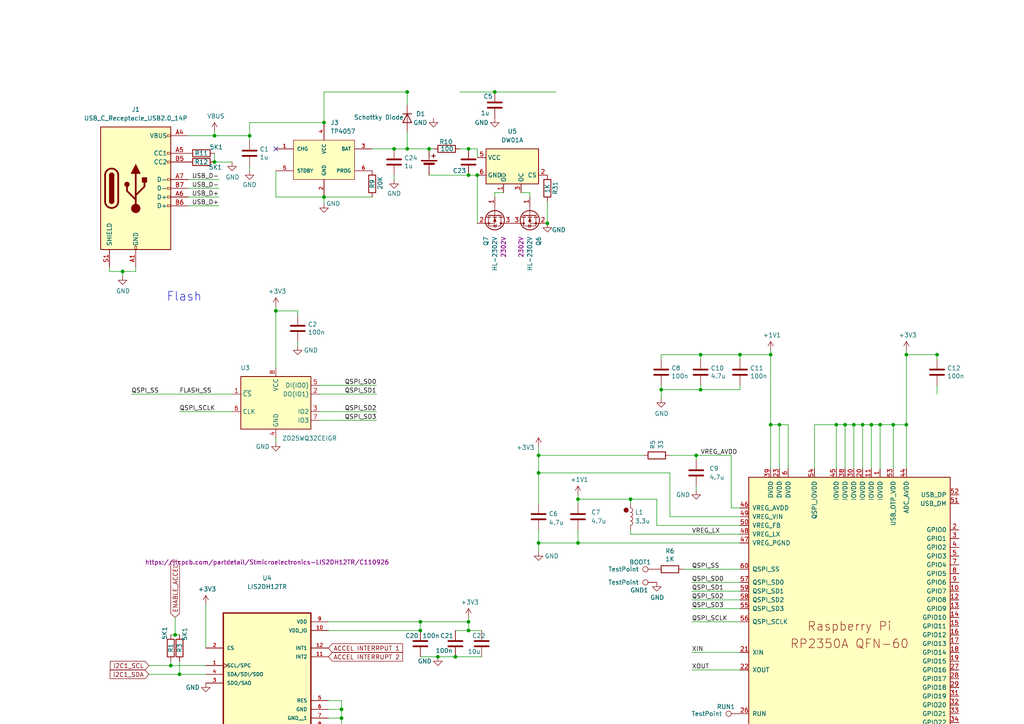
<source format=kicad_sch>
(kicad_sch (version 20250114) (generator "eeschema") (generator_version "9.0")
  (paper "A4")
  (circle (center 181.61 147.955) (radius 0.635) (stroke (width 0) (color 132 0 0 1)) (fill (type color) (color 132 0 0 1)))
  (text "Flash" (at 48.26 87.63 0) (effects (font (size 2.54 2.54)) (justify left bottom)))
  (text "12MHz Crystal" (at 59.69 242.57 0) (effects (font (size 2.54 2.54)) (justify left bottom)))
  (junction (at 72.39 39.37))
  (junction (at 135.89 182.88))
  (junction (at 201.93 132.08))
  (junction (at 167.64 144.78))
  (junction (at 114.3 43.18))
  (junction (at 135.89 43.18))
  (junction (at 242.57 123.19))
  (junction (at 124.46 43.18))
  (junction (at 223.52 123.19))
  (junction (at 49.53 193.04))
  (junction (at 203.2 113.03))
  (junction (at 262.89 102.87))
  (junction (at 62.23 46.99))
  (junction (at 245.11 123.19))
  (junction (at 69.85 250.19))
  (junction (at 62.23 39.37))
  (junction (at 182.88 144.78))
  (junction (at 138.43 50.8))
  (junction (at 167.64 157.48))
  (junction (at 271.78 102.87))
  (junction (at 93.98 57.15))
  (junction (at 259.08 123.19))
  (junction (at 48.26 260.35))
  (junction (at 203.2 102.87))
  (junction (at 255.27 123.19))
  (junction (at 135.89 50.8))
  (junction (at 127 190.5))
  (junction (at 252.73 123.19))
  (junction (at 80.01 90.17))
  (junction (at 247.65 123.19))
  (junction (at 118.11 26.67))
  (junction (at 99.06 205.74))
  (junction (at 223.52 102.87))
  (junction (at 156.21 157.48))
  (junction (at 214.63 102.87))
  (junction (at 93.98 35.56))
  (junction (at 52.07 195.58))
  (junction (at 99.06 208.28))
  (junction (at 69.85 260.35))
  (junction (at 50.8 184.15))
  (junction (at 135.89 180.34))
  (junction (at 35.56 78.74))
  (junction (at 99.06 210.82))
  (junction (at 158.75 64.77))
  (junction (at 262.89 123.19))
  (junction (at 143.51 26.67))
  (junction (at 156.21 132.08))
  (junction (at 226.06 123.19))
  (junction (at 132.08 190.5))
  (junction (at 121.92 182.88))
  (junction (at 118.11 43.18))
  (junction (at 121.92 180.34))
  (junction (at 250.19 123.19))
  (junction (at 156.21 137.16))
  (junction (at 191.77 113.03))
  (no_connect (at 80.01 43.18))
  (wire (pts (xy 201.93 142.24) (xy 201.93 140.97)))
  (wire (pts (xy 99.06 205.74) (xy 95.25 205.74)))
  (wire (pts (xy 194.31 137.16) (xy 194.31 149.86)))
  (wire (pts (xy 121.92 180.34) (xy 121.92 182.88)))
  (wire (pts (xy 118.11 38.1) (xy 118.11 43.18)))
  (wire (pts (xy 203.2 102.87) (xy 214.63 102.87)))
  (wire (pts (xy 62.23 46.99) (xy 67.31 46.99)))
  (wire (pts (xy 62.23 44.45) (xy 62.23 46.99)))
  (wire (pts (xy 69.85 251.46) (xy 69.85 250.19)))
  (wire (pts (xy 198.12 165.1) (xy 214.63 165.1)))
  (wire (pts (xy 212.09 132.08) (xy 212.09 147.32)))
  (wire (pts (xy 80.01 49.53) (xy 80.01 57.15)))
  (wire (pts (xy 255.27 123.19) (xy 259.08 123.19)))
  (wire (pts (xy 203.2 104.14) (xy 203.2 102.87)))
  (wire (pts (xy 214.63 180.34) (xy 200.66 180.34)))
  (wire (pts (xy 203.2 113.03) (xy 214.63 113.03)))
  (wire (pts (xy 52.07 195.58) (xy 59.69 195.58)))
  (wire (pts (xy 191.77 111.76) (xy 191.77 113.03)))
  (wire (pts (xy 62.23 38.1) (xy 62.23 39.37)))
  (wire (pts (xy 201.93 132.08) (xy 212.09 132.08)))
  (wire (pts (xy 135.89 179.07) (xy 135.89 180.34)))
  (wire (pts (xy 146.05 55.88) (xy 143.51 55.88)))
  (wire (pts (xy 156.21 132.08) (xy 156.21 137.16)))
  (wire (pts (xy 271.78 104.14) (xy 271.78 102.87)))
  (wire (pts (xy 69.85 260.35) (xy 83.82 260.35)))
  (wire (pts (xy 271.78 111.76) (xy 271.78 114.3)))
  (wire (pts (xy 54.61 59.69) (xy 63.5 59.69)))
  (wire (pts (xy 156.21 137.16) (xy 194.31 137.16)))
  (wire (pts (xy 31.75 78.74) (xy 35.56 78.74)))
  (wire (pts (xy 156.21 137.16) (xy 156.21 146.05)))
  (wire (pts (xy 135.89 182.88) (xy 132.08 182.88)))
  (wire (pts (xy 48.26 260.35) (xy 48.26 262.89)))
  (wire (pts (xy 247.65 135.89) (xy 247.65 123.19)))
  (wire (pts (xy 43.18 195.58) (xy 52.07 195.58)))
  (wire (pts (xy 50.8 179.07) (xy 50.8 184.15)))
  (wire (pts (xy 95.25 182.88) (xy 121.92 182.88)))
  (wire (pts (xy 138.43 43.18) (xy 138.43 45.72)))
  (wire (pts (xy 236.22 135.89) (xy 236.22 123.19)))
  (wire (pts (xy 99.06 208.28) (xy 99.06 210.82)))
  (wire (pts (xy 50.8 184.15) (xy 52.07 184.15)))
  (wire (pts (xy 52.07 119.38) (xy 67.31 119.38)))
  (wire (pts (xy 80.01 88.9) (xy 80.01 90.17)))
  (wire (pts (xy 48.26 250.19) (xy 48.26 260.35)))
  (wire (pts (xy 259.08 123.19) (xy 262.89 123.19)))
  (wire (pts (xy 52.07 191.77) (xy 52.07 195.58)))
  (wire (pts (xy 50.8 250.19) (xy 48.26 250.19)))
  (wire (pts (xy 201.93 132.08) (xy 201.93 133.35)))
  (wire (pts (xy 250.19 123.19) (xy 252.73 123.19)))
  (wire (pts (xy 127 190.5) (xy 121.92 190.5)))
  (wire (pts (xy 223.52 102.87) (xy 223.52 123.19)))
  (wire (pts (xy 245.11 123.19) (xy 247.65 123.19)))
  (wire (pts (xy 35.56 78.74) (xy 39.37 78.74)))
  (wire (pts (xy 99.06 212.09) (xy 99.06 210.82)))
  (wire (pts (xy 250.19 135.89) (xy 250.19 123.19)))
  (wire (pts (xy 194.31 149.86) (xy 214.63 149.86)))
  (wire (pts (xy 247.65 123.19) (xy 250.19 123.19)))
  (wire (pts (xy 72.39 40.64) (xy 72.39 39.37)))
  (wire (pts (xy 156.21 129.54) (xy 156.21 132.08)))
  (wire (pts (xy 156.21 157.48) (xy 167.64 157.48)))
  (wire (pts (xy 143.51 26.67) (xy 161.29 26.67)))
  (wire (pts (xy 167.64 146.05) (xy 167.64 144.78)))
  (wire (pts (xy 80.01 57.15) (xy 93.98 57.15)))
  (wire (pts (xy 153.67 57.15) (xy 153.67 55.88)))
  (wire (pts (xy 92.71 121.92) (xy 109.22 121.92)))
  (wire (pts (xy 191.77 104.14) (xy 191.77 102.87)))
  (wire (pts (xy 156.21 153.67) (xy 156.21 157.48)))
  (wire (pts (xy 95.25 180.34) (xy 121.92 180.34)))
  (wire (pts (xy 214.63 152.4) (xy 190.5 152.4)))
  (wire (pts (xy 50.8 184.15) (xy 49.53 184.15)))
  (wire (pts (xy 80.01 127) (xy 80.01 128.27)))
  (wire (pts (xy 223.52 123.19) (xy 223.52 135.89)))
  (wire (pts (xy 262.89 123.19) (xy 262.89 135.89)))
  (wire (pts (xy 158.75 58.42) (xy 158.75 64.77)))
  (wire (pts (xy 167.64 143.51) (xy 167.64 144.78)))
  (wire (pts (xy 91.44 260.35) (xy 101.6 260.35)))
  (wire (pts (xy 58.42 260.35) (xy 69.85 260.35)))
  (wire (pts (xy 167.64 157.48) (xy 214.63 157.48)))
  (wire (pts (xy 156.21 157.48) (xy 156.21 160.02)))
  (wire (pts (xy 50.8 260.35) (xy 48.26 260.35)))
  (wire (pts (xy 127 190.5) (xy 132.08 190.5)))
  (wire (pts (xy 156.21 132.08) (xy 186.69 132.08)))
  (wire (pts (xy 93.98 59.055) (xy 93.98 57.15)))
  (wire (pts (xy 191.77 113.03) (xy 191.77 115.57)))
  (wire (pts (xy 252.73 123.19) (xy 255.27 123.19)))
  (wire (pts (xy 38.1 114.3) (xy 67.31 114.3)))
  (wire (pts (xy 133.35 26.67) (xy 143.51 26.67)))
  (wire (pts (xy 203.2 111.76) (xy 203.2 113.03)))
  (wire (pts (xy 132.08 190.5) (xy 139.7 190.5)))
  (wire (pts (xy 99.06 210.82) (xy 95.25 210.82)))
  (wire (pts (xy 95.25 208.28) (xy 99.06 208.28)))
  (wire (pts (xy 80.01 90.17) (xy 80.01 106.68)))
  (wire (pts (xy 124.46 43.18) (xy 125.73 43.18)))
  (wire (pts (xy 114.3 50.8) (xy 114.3 52.07)))
  (wire (pts (xy 107.95 43.18) (xy 114.3 43.18)))
  (wire (pts (xy 92.71 119.38) (xy 109.22 119.38)))
  (wire (pts (xy 200.66 189.23) (xy 214.63 189.23)))
  (wire (pts (xy 246.38 237.49) (xy 246.38 240.03)))
  (wire (pts (xy 200.66 173.99) (xy 214.63 173.99)))
  (wire (pts (xy 63.5 255.27) (xy 64.77 255.27)))
  (wire (pts (xy 72.39 48.26) (xy 72.39 49.53)))
  (wire (pts (xy 95.25 203.2) (xy 99.06 203.2)))
  (wire (pts (xy 228.6 123.19) (xy 228.6 135.89)))
  (wire (pts (xy 242.57 135.89) (xy 242.57 123.19)))
  (wire (pts (xy 49.53 191.77) (xy 49.53 193.04)))
  (wire (pts (xy 191.77 102.87) (xy 203.2 102.87)))
  (wire (pts (xy 190.5 152.4) (xy 190.5 144.78)))
  (wire (pts (xy 54.61 57.15) (xy 63.5 57.15)))
  (wire (pts (xy 86.36 90.17) (xy 80.01 90.17)))
  (wire (pts (xy 200.66 168.91) (xy 214.63 168.91)))
  (wire (pts (xy 262.89 101.6) (xy 262.89 102.87)))
  (wire (pts (xy 194.31 132.08) (xy 201.93 132.08)))
  (wire (pts (xy 200.66 171.45) (xy 214.63 171.45)))
  (wire (pts (xy 200.66 176.53) (xy 214.63 176.53)))
  (wire (pts (xy 93.98 35.56) (xy 93.98 26.67)))
  (wire (pts (xy 93.98 35.56) (xy 72.39 35.56)))
  (wire (pts (xy 31.75 77.47) (xy 31.75 78.74)))
  (wire (pts (xy 86.36 91.44) (xy 86.36 90.17)))
  (wire (pts (xy 214.63 102.87) (xy 223.52 102.87)))
  (wire (pts (xy 93.98 26.67) (xy 118.11 26.67)))
  (wire (pts (xy 262.89 102.87) (xy 271.78 102.87)))
  (wire (pts (xy 182.88 154.94) (xy 214.63 154.94)))
  (wire (pts (xy 167.64 153.67) (xy 167.64 157.48)))
  (wire (pts (xy 167.64 144.78) (xy 182.88 144.78)))
  (wire (pts (xy 39.37 77.47) (xy 39.37 78.74)))
  (wire (pts (xy 121.92 180.34) (xy 135.89 180.34)))
  (wire (pts (xy 226.06 123.19) (xy 228.6 123.19)))
  (wire (pts (xy 74.93 255.27) (xy 76.2 255.27)))
  (wire (pts (xy 72.39 35.56) (xy 72.39 39.37)))
  (wire (pts (xy 245.11 135.89) (xy 245.11 123.19)))
  (wire (pts (xy 259.08 135.89) (xy 259.08 123.19)))
  (wire (pts (xy 59.69 175.26) (xy 59.69 187.96)))
  (wire (pts (xy 133.35 43.18) (xy 135.89 43.18)))
  (wire (pts (xy 223.52 101.6) (xy 223.52 102.87)))
  (wire (pts (xy 118.11 26.67) (xy 118.11 30.48)))
  (wire (pts (xy 182.88 154.94) (xy 182.88 153.67)))
  (wire (pts (xy 135.89 180.34) (xy 135.89 182.88)))
  (wire (pts (xy 35.56 78.74) (xy 35.56 80.01)))
  (wire (pts (xy 99.06 203.2) (xy 99.06 205.74)))
  (wire (pts (xy 242.57 123.19) (xy 245.11 123.19)))
  (wire (pts (xy 135.89 182.88) (xy 139.7 182.88)))
  (wire (pts (xy 252.73 135.89) (xy 252.73 123.19)))
  (wire (pts (xy 135.89 50.8) (xy 138.43 50.8)))
  (wire (pts (xy 182.88 144.78) (xy 182.88 146.05)))
  (wire (pts (xy 99.06 205.74) (xy 99.06 208.28)))
  (wire (pts (xy 214.63 104.14) (xy 214.63 102.87)))
  (wire (pts (xy 118.11 43.18) (xy 124.46 43.18)))
  (wire (pts (xy 191.77 113.03) (xy 203.2 113.03)))
  (wire (pts (xy 236.22 123.19) (xy 242.57 123.19)))
  (wire (pts (xy 62.23 39.37) (xy 72.39 39.37)))
  (wire (pts (xy 49.53 193.04) (xy 59.69 193.04)))
  (wire (pts (xy 54.61 39.37) (xy 62.23 39.37)))
  (wire (pts (xy 226.06 123.19) (xy 223.52 123.19)))
  (wire (pts (xy 255.27 123.19) (xy 255.27 135.89)))
  (wire (pts (xy 69.85 250.19) (xy 101.6 250.19)))
  (wire (pts (xy 93.98 57.15) (xy 107.95 57.15)))
  (wire (pts (xy 153.67 55.88) (xy 151.13 55.88)))
  (wire (pts (xy 190.5 144.78) (xy 182.88 144.78)))
  (wire (pts (xy 54.61 54.61) (xy 63.5 54.61)))
  (wire (pts (xy 69.85 259.08) (xy 69.85 260.35)))
  (wire (pts (xy 138.43 50.8) (xy 138.43 64.77)))
  (wire (pts (xy 262.89 102.87) (xy 262.89 123.19)))
  (wire (pts (xy 124.46 50.8) (xy 135.89 50.8)))
  (wire (pts (xy 212.09 147.32) (xy 214.63 147.32)))
  (wire (pts (xy 43.18 193.04) (xy 49.53 193.04)))
  (wire (pts (xy 135.89 43.18) (xy 138.43 43.18)))
  (wire (pts (xy 92.71 111.76) (xy 109.22 111.76)))
  (wire (pts (xy 214.63 194.31) (xy 200.66 194.31)))
  (wire (pts (xy 114.3 43.18) (xy 118.11 43.18)))
  (wire (pts (xy 143.51 55.88) (xy 143.51 57.15)))
  (wire (pts (xy 58.42 250.19) (xy 69.85 250.19)))
  (wire (pts (xy 92.71 114.3) (xy 109.22 114.3)))
  (wire (pts (xy 54.61 52.07) (xy 63.5 52.07)))
  (wire (pts (xy 214.63 113.03) (xy 214.63 111.76)))
  (wire (pts (xy 226.06 135.89) (xy 226.06 123.19)))
  (wire (pts (xy 86.36 99.06) (xy 86.36 100.33)))
  (label "XIN" (at 200.66 189.23 0))
  (label "QSPI_SS" (at 38.1 114.3 0))
  (label "XOUT" (at 200.66 194.31 0))
  (label "USB_D+" (at 63.5 59.69 180))
  (label "QSPI_SD2" (at 109.22 119.38 180))
  (label "FLASH_SS" (at 52.07 114.3 0))
  (label "QSPI_SD0" (at 200.66 168.91 0))
  (label "QSPI_SD0" (at 109.22 111.76 180))
  (label "USB_D+" (at 63.5 57.15 180))
  (label "QSPI_SS" (at 200.66 165.1 0))
  (label "USB_D-" (at 63.5 54.61 180))
  (label "QSPI_SD3" (at 109.22 121.92 180))
  (label "XOUT" (at 101.6 260.35 180))
  (label "QSPI_SD2" (at 200.66 173.99 0))
  (label "USB_D-" (at 63.5 52.07 180))
  (label "XIN" (at 101.6 250.19 180))
  (label "VREG_AVDD" (at 203.2 132.08 0))
  (label "QSPI_SD1" (at 200.66 171.45 0))
  (label "QSPI_SCLK" (at 200.66 180.34 0))
  (label "QSPI_SCLK" (at 52.07 119.38 0))
  (label "QSPI_SD1" (at 109.22 114.3 180))
  (label "VREG_LX" (at 200.66 154.94 0))
  (label "QSPI_SD3" (at 200.66 176.53 0))
  (global_label "ENABLE_ACCEL" (shape input) (at 50.8 179.07 90) (property "Intersheetrefs" "${INTERSHEET_REFS}" (effects (hide yes))))
  (global_label "ACCEL INTERRPUT 1" (shape input) (at 95.25 187.96 0) (property "Intersheetrefs" "${INTERSHEET_REFS}" (effects (hide yes))))
  (global_label "ACCEL INTERRUPT 2" (shape input) (at 95.25 190.5 0) (property "Intersheetrefs" "${INTERSHEET_REFS}" (effects (hide yes))))
  (global_label "I2C1_SCL" (shape input) (at 43.18 193.04 180) (property "Intersheetrefs" "${INTERSHEET_REFS}" (effects (hide yes))))
  (global_label "I2C1_SDA" (shape input) (at 43.18 195.58 180) (property "Intersheetrefs" "${INTERSHEET_REFS}" (effects (hide yes))))
  (symbol (lib_id "Memory_Flash:W25Q128JVS") (at 80.01 116.84 0) (unit 1)
    (property "Reference" "U3" (at 71.12 106.68 0))
    (property "Value" "ZD25WQ32CEIGR" (at 89.789 127.127 0))
    (property "Footprint" "Package_SON:Winbond_USON-8-1EP_3x2mm_P0.5mm_EP0.2x1.6mm" (effects (hide yes)))
    (property "Datasheet" "https://jlcpcb.com/api/file/downloadByFileSystemAccessId/8589838983019995136" (effects (hide yes)))
    (property "Description" "4MB Flash" (effects (hide yes)))
    (property "Part Number" " ZD25WQ32CEIGR" (effects (hide yes)))
    (property "Vendor" "JLCPCB" (effects (hide yes)))
    (property "Price" ".2621" (effects (hide yes)))
    (property "Package" "USON-8(2x3)" (effects (hide yes)))
    (property "Website" "https://jlcpcb.com/partdetail/Zetta-ZD25WQ32CEIGR/C5258281" (effects (hide yes)))
    (property "Notes" "1.65V-3.6V 104MHz" (effects (hide yes)))
    (property "1000 Price" ".1466" (effects (hide yes)))
    (property "Vendor PN" "C5258281" (effects (hide yes)))
    (property "Manufacturer" "Zetta" (effects (hide yes)))
  )
  (symbol (lib_id "power:+3V3") (at 80.01 88.9 0) (unit 1)
    (property "Reference" "#PWR04" (effects (hide yes)))
    (property "Value" "+3V3" (at 80.391 84.5058 0))
  )
  (symbol (lib_id "power:GND") (at 80.01 128.27 0) (unit 1)
    (property "Reference" "#PWR05" (effects (hide yes)))
    (property "Value" "GND" (at 76.2 129.54 0))
  )
  (symbol (lib_id "Device:C") (at 86.36 95.25 0) (unit 1)
    (property "Reference" "C2" (at 89.281 94.0816 0) (effects (justify left)))
    (property "Value" "100n" (at 89.281 96.393 0) (effects (justify left)))
    (property "Footprint" "user_footprints:C_0402_1005Metric_small_pads" (effects (hide yes)))
    (property "Datasheet" "https://jlcpcb.com/api/file/downloadByFileSystemAccessId/8590272703061401600" (effects (hide yes)))
    (property "Package" "0402" (effects (hide yes)))
    (property "1000 Price" ".004" (effects (hide yes)))
    (property "Manufacturer" "FOJAN" (effects (hide yes)))
    (property "Notes" "16V 10%" (effects (hide yes)))
    (property "Part Number" "FCC0402B104K160AT" (effects (hide yes)))
    (property "Price" ".0008" (effects (hide yes)))
    (property "Vendor" "JLCPCB" (effects (hide yes)))
    (property "Website" "https://jlcpcb.com/partdetail/Fojan-FCC0402B104K160AT/C5137468" (effects (hide yes)))
    (property "Vendor PN" "C5137468" (effects (hide yes)))
  )
  (symbol (lib_id "power:GND") (at 86.36 100.33 0) (unit 1)
    (property "Reference" "#PWR06" (effects (hide yes)))
    (property "Value" "GND" (at 90.17 101.6 0))
  )
  (symbol (lib_id "power:GND") (at 246.38 240.03 0) (unit 1)
    (property "Reference" "#PWR021" (effects (hide yes)))
    (property "Value" "GND" (at 246.507 244.4242 0))
  )
  (symbol (lib_id "power:+3V3") (at 262.89 101.6 0) (unit 1)
    (property "Reference" "#PWR022" (effects (hide yes)))
    (property "Value" "+3V3" (at 263.271 97.2058 0))
  )
  (symbol (lib_id "Device:C") (at 271.78 107.95 0) (unit 1)
    (property "Reference" "C12" (at 274.701 106.7816 0) (effects (justify left)))
    (property "Value" "100n" (at 274.701 109.093 0) (effects (justify left)))
    (property "Footprint" "user_footprints:C_0402_1005Metric_small_pads" (effects (hide yes)))
    (property "Datasheet" "https://jlcpcb.com/api/file/downloadByFileSystemAccessId/8590272703061401600" (effects (hide yes)))
    (property "Package" "0402" (effects (hide yes)))
    (property "1000 Price" ".004" (effects (hide yes)))
    (property "Manufacturer" "FOJAN" (effects (hide yes)))
    (property "Notes" "16V 10%" (effects (hide yes)))
    (property "Part Number" "FCC0402B104K160AT" (effects (hide yes)))
    (property "Price" ".0008" (effects (hide yes)))
    (property "Vendor" "JLCPCB" (effects (hide yes)))
    (property "Website" "https://jlcpcb.com/partdetail/Fojan-FCC0402B104K160AT/C5137468" (effects (hide yes)))
    (property "Vendor PN" "C5137468" (effects (hide yes)))
  )
  (symbol (lib_id "power:VBUS") (at 62.23 38.1 0) (unit 1)
    (property "Reference" "#PWR0101" (effects (hide yes)))
    (property "Value" "VBUS" (at 62.611 33.7058 0))
  )
  (symbol (lib_id "power:GND") (at 125.73 34.29 0) (unit 1)
    (property "Reference" "#PWR08" (effects (hide yes)))
    (property "Value" "GND" (at 121.92 35.56 0))
  )
  (symbol (lib_id "Device:C") (at 72.39 44.45 0) (unit 1)
    (property "Reference" "C1" (at 75.311 43.2816 0) (effects (justify left)))
    (property "Value" "1u" (at 75.311 45.593 0) (effects (justify left)))
    (property "Footprint" "user_footprints:C_0402_1005Metric_small_pads" (effects (hide yes)))
    (property "Datasheet" "https://jlcpcb.com/api/file/downloadByFileSystemAccessId/8590204865961369600" (effects (hide yes)))
    (property "1000 Price" ".0010" (effects (hide yes)))
    (property "Manufacturer" "CCTC" (effects (hide yes)))
    (property "Notes" "6.3V 20%" (effects (hide yes)))
    (property "Package" "0402" (effects (hide yes)))
    (property "Part Number" "TCC0402X5R105M6R3AT" (effects (hide yes)))
    (property "Price" ".0014" (effects (hide yes)))
    (property "Vendor" "JLCPCB" (effects (hide yes)))
    (property "Website" "https://jlcpcb.com/partdetail/Cctc-TCC0402X5R105M6R3AT/C2887021" (effects (hide yes)))
    (property "Vendor PN" " C2887021" (effects (hide yes)))
  )
  (symbol (lib_id "Device:C") (at 143.51 30.48 0) (unit 1)
    (property "Reference" "C5" (at 140.208 27.94 0) (effects (justify left)))
    (property "Value" "1u" (at 139.446 32.766 0) (effects (justify left)))
    (property "Footprint" "user_footprints:C_0402_1005Metric_small_pads" (effects (hide yes)))
    (property "Datasheet" "https://jlcpcb.com/api/file/downloadByFileSystemAccessId/8590204865961369600" (effects (hide yes)))
    (property "1000 Price" ".0010" (effects (hide yes)))
    (property "Manufacturer" "CCTC" (effects (hide yes)))
    (property "Notes" "6.3V 20%" (effects (hide yes)))
    (property "Package" "0402" (effects (hide yes)))
    (property "Part Number" "TCC0402X5R105M6R3AT" (effects (hide yes)))
    (property "Price" ".0014" (effects (hide yes)))
    (property "Vendor" "JLCPCB" (effects (hide yes)))
    (property "Website" "https://jlcpcb.com/partdetail/Cctc-TCC0402X5R105M6R3AT/C2887021" (effects (hide yes)))
    (property "Vendor PN" " C2887021" (effects (hide yes)))
  )
  (symbol (lib_id "power:GND") (at 72.39 49.53 0) (unit 1)
    (property "Reference" "#PWR03" (effects (hide yes)))
    (property "Value" "GND" (at 72.39 53.594 0))
  )
  (symbol (lib_id "power:GND") (at 143.51 34.29 0) (unit 1)
    (property "Reference" "#PWR011" (effects (hide yes)))
    (property "Value" "GND" (at 139.7 35.56 0))
  )
  (symbol (lib_id "power:+3V3") (at 156.21 129.54 0) (unit 1)
    (property "Reference" "#PWR013" (effects (hide yes)))
    (property "Value" "+3V3" (at 152.4 129.794 0))
  )
  (symbol (lib_id "Device:C") (at 114.3 46.99 0) (unit 1)
    (property "Reference" "C24" (at 117.221 45.8216 0) (effects (justify left)))
    (property "Value" "1u" (at 117.221 48.133 0) (effects (justify left)))
    (property "Footprint" "user_footprints:C_0402_1005Metric_small_pads" (effects (hide yes)))
    (property "Datasheet" "https://jlcpcb.com/api/file/downloadByFileSystemAccessId/8590204865961369600" (effects (hide yes)))
    (property "1000 Price" ".0010" (effects (hide yes)))
    (property "Manufacturer" "CCTC" (effects (hide yes)))
    (property "Notes" "6.3V 20%" (effects (hide yes)))
    (property "Package" "0402" (effects (hide yes)))
    (property "Part Number" "TCC0402X5R105M6R3AT" (effects (hide yes)))
    (property "Price" ".0014" (effects (hide yes)))
    (property "Vendor" "JLCPCB" (effects (hide yes)))
    (property "Website" "https://jlcpcb.com/partdetail/Cctc-TCC0402X5R105M6R3AT/C2887021" (effects (hide yes)))
    (property "Vendor PN" " C2887021" (effects (hide yes)))
  )
  (symbol (lib_id "Device:C") (at 214.63 107.95 0) (unit 1)
    (property "Reference" "C11" (at 217.551 106.7816 0) (effects (justify left)))
    (property "Value" "100n" (at 217.551 109.093 0) (effects (justify left)))
    (property "Footprint" "user_footprints:C_0402_1005Metric_small_pads" (effects (hide yes)))
    (property "Datasheet" "https://jlcpcb.com/api/file/downloadByFileSystemAccessId/8590272703061401600" (effects (hide yes)))
    (property "Package" "0402" (effects (hide yes)))
    (property "1000 Price" ".004" (effects (hide yes)))
    (property "Manufacturer" "FOJAN" (effects (hide yes)))
    (property "Notes" "16V 10%" (effects (hide yes)))
    (property "Part Number" "FCC0402B104K160AT" (effects (hide yes)))
    (property "Price" ".0008" (effects (hide yes)))
    (property "Vendor" "JLCPCB" (effects (hide yes)))
    (property "Website" "https://jlcpcb.com/partdetail/Fojan-FCC0402B104K160AT/C5137468" (effects (hide yes)))
    (property "Vendor PN" "C5137468" (effects (hide yes)))
  )
  (symbol (lib_id "Device:C") (at 135.89 46.99 0) (unit 1)
    (property "Reference" "C23" (at 131.318 49.53 0) (effects (justify left)))
    (property "Value" "100n" (effects (hide yes)))
    (property "Footprint" "user_footprints:C_0402_1005Metric_small_pads" (effects (hide yes)))
    (property "Datasheet" "https://jlcpcb.com/api/file/downloadByFileSystemAccessId/8590272703061401600" (effects (hide yes)))
    (property "Package" "0402" (effects (hide yes)))
    (property "1000 Price" ".004" (effects (hide yes)))
    (property "Manufacturer" "FOJAN" (effects (hide yes)))
    (property "Notes" "16V 10%" (effects (hide yes)))
    (property "Part Number" "FCC0402B104K160AT" (effects (hide yes)))
    (property "Price" ".0008" (effects (hide yes)))
    (property "Vendor" "JLCPCB" (effects (hide yes)))
    (property "Website" "https://jlcpcb.com/partdetail/Fojan-FCC0402B104K160AT/C5137468" (effects (hide yes)))
    (property "Vendor PN" "C5137468" (effects (hide yes)))
  )
  (symbol (lib_id "power:GND") (at 190.5 168.91 0) (unit 1)
    (property "Reference" "#PWR017" (effects (hide yes)))
    (property "Value" "GND" (at 190.627 173.3042 0))
  )
  (symbol (lib_id "Device:C") (at 132.08 186.69 180) (unit 1)
    (property "Reference" "C21" (at 131.572 184.404 0) (effects (justify left)))
    (property "Value" "100n" (at 131.318 188.722 0) (effects (justify left)))
    (property "Footprint" "user_footprints:C_0402_1005Metric_small_pads" (effects (hide yes)))
    (property "Datasheet" "https://jlcpcb.com/api/file/downloadByFileSystemAccessId/8590272703061401600" (effects (hide yes)))
    (property "Package" "0402" (effects (hide yes)))
    (property "1000 Price" ".004" (effects (hide yes)))
    (property "Manufacturer" "FOJAN" (effects (hide yes)))
    (property "Notes" "16V 10%" (effects (hide yes)))
    (property "Part Number" "FCC0402B104K160AT" (effects (hide yes)))
    (property "Price" ".0008" (effects (hide yes)))
    (property "Vendor" "JLCPCB" (effects (hide yes)))
    (property "Website" "https://jlcpcb.com/partdetail/Fojan-FCC0402B104K160AT/C5137468" (effects (hide yes)))
    (property "Vendor PN" "C5137468" (effects (hide yes)))
  )
  (symbol (lib_id "Device:R") (at 158.75 54.61 180) (unit 1)
    (property "Reference" "R31" (at 161.036 52.578 90) (effects (justify left)))
    (property "Value" "1K" (at 158.75 53.34 90) (effects (justify left)))
    (property "Footprint" "Resistor_SMD:R_0402_1005Metric" (effects (hide yes)))
    (property "Datasheet" "https://jlcpcb.com/api/file/downloadByFileSystemAccessId/8589041795842125824" (effects (hide yes)))
    (property "Part Number" "FRC0402F1001TS" (effects (hide yes)))
    (property "Website" "https://jlcpcb.com/partdetail/Fojan-FRC0402F1001TS/C2906864" (effects (hide yes)))
    (property "Vendor" "JLCPCB" (effects (hide yes)))
    (property "Price" ".0005" (effects (hide yes)))
    (property "Package" "0402" (effects (hide yes)))
    (property "Notes" "62.5mW 50V 1%" (effects (hide yes)))
    (property "Manufacturer" "FOJAN" (effects (hide yes)))
    (property "1000 Price" ".0003" (effects (hide yes)))
    (property "Vendor PN" "C2906864" (effects (hide yes)))
    (instances (project "" (path "" (reference "R31") (unit 1))) (project "Scoreboard" (path "" (reference "R22") (unit 1))))
  )
  (symbol (lib_id "power:GND") (at 201.93 142.24 0) (unit 1)
    (property "Reference" "#PWR019" (effects (hide yes)))
    (property "Value" "GND" (at 198.12 143.51 0))
  )
  (symbol (lib_id "MCU_RaspberryPi_RP2350:RP2350_60QFN") (at 246.38 186.69 0) (unit 1)
    (property "Reference" "U1" (at 248.5741 237.49 0) (effects (justify left)))
    (property "Value" "RP2350A" (at 248.5741 240.03 0) (effects (justify left)))
    (property "Footprint" "RP2350_60QFN_minimal:RP2350-QFN-60-1EP_7x7_P0.4mm_EP3.4x3.4mm_ThermalVias" (effects (hide yes)))
    (property "Datasheet" "https://jlcpcb.com/api/file/downloadByFileSystemAccessId/8562345067823054848" (effects (hide yes)))
    (property "Description" "RP2350A Microcontroller" (effects (hide yes)))
    (property "Website" "https://jlcpcb.com/partdetail/RaspberryPi-RP2350A/C42411118" (effects (hide yes)))
    (property "Vendor" "JLCPCB" (effects (hide yes)))
    (property "Part Number" "RP2350A" (effects (hide yes)))
    (property "Price" "1.683" (effects (hide yes)))
    (property "Notes" "1V8-3V3 150MHz" (effects (hide yes)))
    (property "Package" "QFN-60-EP(7x7)" (effects (hide yes)))
    (property "1000 Price" ".9915" (effects (hide yes)))
    (property "Vendor PN" "C42411118" (effects (hide yes)))
    (property "Manufacturer" "Raspberry Pi" (effects (hide yes)))
  )
  (symbol (lib_id "power:GND") (at 114.3 52.07 0) (unit 1)
    (property "Reference" "#PWR031" (effects (hide yes)))
    (property "Value" "GND" (at 114.3 56.134 0))
  )
  (symbol (lib_id "power:GND") (at 48.26 262.89 0) (unit 1)
    (property "Reference" "#PWR07" (effects (hide yes)))
    (property "Value" "GND" (at 48.387 267.2842 0))
  )
  (symbol (lib_id "User_Symbols:HL-2302V") (at 143.51 62.23 270) (unit 1)
    (property "Reference" "Q7" (at 140.9699 68.58 0) (effects (justify left)))
    (property "Value" "HL-2302V" (at 143.5099 68.58 0) (effects (justify left)))
    (property "Footprint" "Package_TO_SOT_SMD:SOT-23" (effects (hide yes)))
    (property "Datasheet" "https://jlcpcb.com/api/file/downloadByFileSystemAccessId/8590907421391077376" (effects (hide yes)))
    (property "Description" "0.2A Id, 200V Vds, N-Channel MOSFET, 2.6V Logic Level, TO-92" (effects (hide yes)))
    (property "Website" "https://jlcpcb.com/partdetail/Hl-2302V/C7431443" (effects (hide yes)))
    (property "Price" ".0091" (effects (hide yes)))
    (property "Vendor" "JLCPCB" (effects (hide yes)))
    (property "Notes" "N-Channel 3A Mosfet" (effects (hide yes)))
    (property "Part Number" "2302V" (at 146.0499 68.58 0) (effects (justify left)))
    (property "Manufacturer" "HL" (effects (hide yes)))
    (property "Package" "SOT-23" (effects (hide yes)))
    (property "LCSC Part Number" "C7431443" (effects (hide yes)))
    (property "1000 Price" ".0072" (effects (hide yes)))
    (property "Vendor PN" "C7431443" (effects (hide yes)))
  )
  (symbol (lib_id "Device:R") (at 58.42 44.45 90) (unit 1)
    (property "Reference" "R11" (at 58.42 44.45 90))
    (property "Value" "5K1" (at 62.738 42.672 90))
    (property "Footprint" "Resistor_SMD:R_0402_1005Metric" (effects (hide yes)))
    (property "Datasheet" "https://jlcpcb.com/api/file/downloadByFileSystemAccessId/8590201146070495232" (effects (hide yes)))
    (property "Manufacturer" "UNI-ROYAL" (effects (hide yes)))
    (property "Notes" "62.5mW 50V 1%" (effects (hide yes)))
    (property "Package" "0402" (effects (hide yes)))
    (property "Part Number" "0402WGF510KTCE" (effects (hide yes)))
    (property "Price" ".0004" (effects (hide yes)))
    (property "Vendor" "JLCPCB" (effects (hide yes)))
    (property "Website" "https://jlcpcb.com/partdetail/FOJAN-FRC0402J512TS/C2906948" (effects (hide yes)))
    (property "1000 Price" ".0003" (effects (hide yes)))
    (property "Vendor PN" "C2906948" (effects (hide yes)))
  )
  (symbol (lib_id "Device:R") (at 194.31 165.1 270) (unit 1)
    (property "Reference" "R6" (at 194.31 159.8422 90))
    (property "Value" "1K" (at 194.31 162.1536 90))
    (property "Footprint" "Resistor_SMD:R_0402_1005Metric" (effects (hide yes)))
    (property "Datasheet" "https://jlcpcb.com/api/file/downloadByFileSystemAccessId/8589041795842125824" (effects (hide yes)))
    (property "Manufacturer" "FOJAN" (effects (hide yes)))
    (property "Notes" "62.5mW 50V 1%" (effects (hide yes)))
    (property "Package" "0402" (effects (hide yes)))
    (property "Part Number" "FRC0402F1001TS" (effects (hide yes)))
    (property "Price" ".0005" (effects (hide yes)))
    (property "Vendor" "JLCPCB" (effects (hide yes)))
    (property "Website" "https://jlcpcb.com/partdetail/Fojan-FRC0402F1001TS/C2906864" (effects (hide yes)))
    (property "1000 Price" ".0003" (effects (hide yes)))
    (property "Vendor PN" "C2906864" (effects (hide yes)))
  )
  (symbol (lib_id "user_symbols:LIS2DH12TR") (at 77.47 193.04 0) (unit 1)
    (property "Reference" "U4" (at 77.47 167.64 0))
    (property "Value" "LIS2DH12TR" (at 77.47 170.18 0))
    (property "Footprint" "Package_LGA:LGA-12_2x2mm_P0.5mm" (effects (hide yes)))
    (property "Datasheet" "https://jlcpcb.com/api/file/downloadByFileSystemAccessId/8588886762982944768" (effects (hide yes)))
    (property "Description" "Accelerometer" (effects (hide yes)))
    (property "Manufacturer" "STMicroelectronics" (effects (hide yes)))
    (property "Package" "LGA-12(2x)" (effects (hide yes)))
    (property "Price" ".573" (effects (hide yes)))
    (property "Part Number" "LIS2DH12TR" (effects (hide yes)))
    (property "Vendor" "JLCPCB" (effects (hide yes)))
    (property "Website" "https://jlcpcb.com/partdetail/Stmicroelectronics-LIS2DH12TR/C110926" (at 77.47 163.068 0))
    (property "1000 Price" ".3450" (effects (hide yes)))
    (property "Vendor PN" "C110926" (effects (hide yes)))
  )
  (symbol (lib_id "Device:R") (at 129.54 43.18 90) (unit 1)
    (property "Reference" "R10" (at 131.318 41.148 90) (effects (justify left)))
    (property "Value" "100" (at 131.572 43.18 90) (effects (justify left)))
    (property "Footprint" "Resistor_SMD:R_0402_1005Metric" (effects (hide yes)))
    (property "Datasheet" "https://jlcpcb.com/api/file/downloadByFileSystemAccessId/8590201135915950080" (effects (hide yes)))
    (property "Description" "Resistor" (effects (hide yes)))
    (property "Manufacturer" "FOJAN" (effects (hide yes)))
    (property "Notes" "100mW 5%" (effects (hide yes)))
    (property "Package" "0402" (effects (hide yes)))
    (property "Part Number" "FRC0402F1000TS" (effects (hide yes)))
    (property "Price" ".0005" (effects (hide yes)))
    (property "Vendor" "JLCPCB" (effects (hide yes)))
    (property "Website" "https://jlcpcb.com/partdetail/Fojan-FRC0402F1000TS/C2906860" (effects (hide yes)))
    (property "1000 Price" ".0004" (effects (hide yes)))
    (property "Vendor PN" "C2906860" (effects (hide yes)))
    (instances (project "" (path "" (reference "R10") (unit 1))) (project "Scoreboard" (path "" (reference "R25") (unit 1))))
  )
  (symbol (lib_id "Device:R") (at 190.5 132.08 90) (unit 1)
    (property "Reference" "R5" (at 189.3316 130.302 0) (effects (justify left)))
    (property "Value" "33" (at 191.643 130.302 0) (effects (justify left)))
    (property "Footprint" "Resistor_SMD:R_0402_1005Metric" (effects (hide yes)))
    (property "Datasheet" "https://jlcpcb.com/api/file/downloadByFileSystemAccessId/8588899754156048385" (effects (hide yes)))
    (property "Alternate 1" "RTT0233R0FTH" (effects (hide yes)))
    (property "Manufacturer" "YAGEO" (effects (hide yes)))
    (property "Notes" "62.5mW 50V 1%" (effects (hide yes)))
    (property "Package" "0402" (effects (hide yes)))
    (property "Part Number" "RC0402FR-0733RL" (effects (hide yes)))
    (property "Price" ".0006" (effects (hide yes)))
    (property "Vendor" "JLCPCB" (effects (hide yes)))
    (property "Website" "https://jlcpcb.com/partdetail/Yageo-RC0402FR0733RL/C138002" (effects (hide yes)))
    (property "1000 Price" ".0005" (effects (hide yes)))
    (property "Vendor PN" "C138002" (effects (hide yes)))
  )
  (symbol (lib_id "Connector:TestPoint") (at 214.63 207.01 90) (unit 1) (in_bom no)
    (property "Reference" "RUN1" (at 210.566 204.978 90))
    (property "Value" "TestPoint" (at 204.978 207.01 90))
    (property "Footprint" "TestPoint:TestPoint_Pad_1.0x1.0mm" (effects (hide yes)))
    (property "Description" "test point" (effects (hide yes)))
  )
  (symbol (lib_id "Device:C") (at 156.21 149.86 0) (unit 1)
    (property "Reference" "C6" (at 159.131 149.0253 0) (effects (justify left)))
    (property "Value" "4.7u" (at 159.131 151.5622 0) (effects (justify left)))
    (property "Footprint" "user_footprints:C_0402_1005Metric_small_pads" (effects (hide yes)))
    (property "Datasheet" "https://jlcpcb.com/api/file/downloadByFileSystemAccessId/8588934242764541952" (effects (hide yes)))
    (property "Package" "0402" (effects (hide yes)))
    (property "1000 Price" ".0024" (effects (hide yes)))
    (property "Manufacturer" "CCTC" (effects (hide yes)))
    (property "Notes" "6.3V 20%" (effects (hide yes)))
    (property "Part Number" "TCC0402X5R475M6R3AT" (effects (hide yes)))
    (property "Price" ".0031" (effects (hide yes)))
    (property "Vendor" "JLCPCB" (effects (hide yes)))
    (property "Website" "https://jlcpcb.com/partdetail/Cctc-TCC0402X5R475M6R3AT/C380302" (effects (hide yes)))
    (property "Vendor PN" "C380302" (effects (hide yes)))
  )
  (symbol (lib_id "power:+3V3") (at 135.89 179.07 0) (unit 1)
    (property "Reference" "#PWR029" (effects (hide yes)))
    (property "Value" "+3V3" (at 136.271 174.6758 0))
  )
  (symbol (lib_id "power:GND") (at 76.2 255.27 0) (unit 1)
    (property "Reference" "#PWR012" (effects (hide yes)))
    (property "Value" "GND" (at 80.01 256.54 0))
  )
  (symbol (lib_name "GND_4") (lib_id "power:GND") (at 158.75 64.77 0) (unit 1)
    (property "Reference" "#PWR02" (effects (hide yes)))
    (property "Value" "GND" (at 160.02 66.675 0) (effects (justify left)))
  )
  (symbol (lib_id "power:GND") (at 191.77 115.57 0) (unit 1)
    (property "Reference" "#PWR018" (effects (hide yes)))
    (property "Value" "GND" (at 191.897 119.9642 0))
  )
  (symbol (lib_id "Device:C") (at 54.61 260.35 270) (unit 1)
    (property "Reference" "C4" (at 55.7784 263.271 0) (effects (justify left)))
    (property "Value" "15p" (at 53.467 263.271 0) (effects (justify left)))
    (property "Footprint" "user_footprints:C_0402_1005Metric_small_pads" (effects (hide yes)))
    (property "Datasheet" "https://jlcpcb.com/api/file/downloadByFileSystemAccessId/8588947741178777600" (effects (hide yes)))
    (property "Package" "0402" (effects (hide yes)))
    (property "1000 Price" ".0023" (effects (hide yes)))
    (property "Manufacturer" "YAGEO" (effects (hide yes)))
    (property "Notes" "50V 1%" (effects (hide yes)))
    (property "Part Number" "CC0402FRNPO9BN150" (effects (hide yes)))
    (property "Price" ".0030" (effects (hide yes)))
    (property "Vendor" "JLCPCB" (effects (hide yes)))
    (property "Website" "https://jlcpcb.com/partdetail/Yageo-CC0402FRNPO9BN150/C326803" (effects (hide yes)))
    (property "Vendor PN" "C326803" (effects (hide yes)))
  )
  (symbol (lib_id "Device:C") (at 167.64 149.86 0) (unit 1)
    (property "Reference" "C7" (at 171.45 148.59 0) (effects (justify left)))
    (property "Value" "4.7u" (at 171.45 151.13 0) (effects (justify left)))
    (property "Footprint" "user_footprints:C_0402_1005Metric_small_pads" (effects (hide yes)))
    (property "Datasheet" "https://jlcpcb.com/api/file/downloadByFileSystemAccessId/8588934242764541952" (effects (hide yes)))
    (property "Package" "0402" (effects (hide yes)))
    (property "1000 Price" ".0024" (effects (hide yes)))
    (property "Manufacturer" "CCTC" (effects (hide yes)))
    (property "Notes" "6.3V 20%" (effects (hide yes)))
    (property "Part Number" "TCC0402X5R475M6R3AT" (effects (hide yes)))
    (property "Price" ".0031" (effects (hide yes)))
    (property "Vendor" "JLCPCB" (effects (hide yes)))
    (property "Website" "https://jlcpcb.com/partdetail/Cctc-TCC0402X5R475M6R3AT/C380302" (effects (hide yes)))
    (property "Vendor PN" "C380302" (effects (hide yes)))
  )
  (symbol (lib_id "Device:D") (at 118.11 34.29 270) (unit 1)
    (property "Reference" "D1" (at 120.65 33.0199 90) (effects (justify left)))
    (property "Value" "Schottky Diode" (at 102.616 34.036 90) (effects (justify left)))
    (property "Footprint" "Diode_SMD:D_SOD-323" (effects (hide yes)))
    (property "Datasheet" "https://jlcpcb.com/api/file/downloadByFileSystemAccessId/8588880599926362112" (effects (hide yes)))
    (property "Description" "Diode" (effects (hide yes)))
    (property "JLC Number" " C146335" (effects (hide yes)))
    (property "Part Number" "CUS10S30,H3F" (effects (hide yes)))
    (property "Vendor" "JLCPCB" (effects (hide yes)))
    (property "Website" "https://jlcpcb.com/partdetail/TOSHIBA-CUS10S30H3F/C146335" (effects (hide yes)))
    (property "Price" ".06" (effects (hide yes)))
    (property "Notes" "30V 1A, low Vf" (effects (hide yes)))
    (property "Package" "SOD-323" (effects (hide yes)))
    (property "Vendor PN" "C146335" (effects (hide yes)))
  )
  (symbol (lib_id "Device:C") (at 201.93 137.16 0) (unit 1)
    (property "Reference" "C9" (at 205.74 135.89 0) (effects (justify left)))
    (property "Value" "4.7u" (at 205.74 138.43 0) (effects (justify left)))
    (property "Footprint" "user_footprints:C_0402_1005Metric_small_pads" (effects (hide yes)))
    (property "Datasheet" "https://jlcpcb.com/api/file/downloadByFileSystemAccessId/8588934242764541952" (effects (hide yes)))
    (property "Package" "0402" (effects (hide yes)))
    (property "1000 Price" ".0024" (effects (hide yes)))
    (property "Manufacturer" "CCTC" (effects (hide yes)))
    (property "Notes" "6.3V 20%" (effects (hide yes)))
    (property "Part Number" "TCC0402X5R475M6R3AT" (effects (hide yes)))
    (property "Price" ".0031" (effects (hide yes)))
    (property "Vendor" "JLCPCB" (effects (hide yes)))
    (property "Website" "https://jlcpcb.com/partdetail/Cctc-TCC0402X5R475M6R3AT/C380302" (effects (hide yes)))
    (property "Vendor PN" "C380302" (effects (hide yes)))
  )
  (symbol (lib_name "GND_19") (lib_id "power:GND") (at 93.98 59.055 0) (unit 1)
    (property "Reference" "#PWR0110" (effects (hide yes)))
    (property "Value" "GND" (at 94.615 59.055 0) (effects (justify left)))
  )
  (symbol (lib_id "Connector:TestPoint") (at 214.63 220.98 90) (unit 1) (in_bom no)
    (property "Reference" "SWD1" (at 211.328 223.012 90))
    (property "Value" "TestPoint" (at 204.978 220.98 90))
    (property "Footprint" "TestPoint:TestPoint_Pad_1.0x1.0mm" (effects (hide yes)))
    (property "Description" "test point" (effects (hide yes)))
  )
  (symbol (lib_id "power:+1V1") (at 223.52 101.6 0) (unit 1)
    (property "Reference" "#PWR020" (effects (hide yes)))
    (property "Value" "+1V1" (at 223.901 97.2058 0))
  )
  (symbol (lib_id "User_Symbols:TP4057") (at 95.25 48.26 0) (unit 1)
    (property "Reference" "J3" (at 95.8597 35.56 0) (effects (justify left)))
    (property "Value" "TP4057" (at 95.8597 38.1 0) (effects (justify left)))
    (property "Footprint" "Package_TO_SOT_SMD:SOT-23-6" (effects (hide yes)))
    (property "Datasheet" "https://jlcpcb.com/api/file/downloadByFileSystemAccessId/8588886868624879616" (effects (hide yes)))
    (property "MANUFACTURER" "Tag-Connect" (effects (hide yes)))
    (property "Website" "https://jlcpcb.com/partdetail/772194-TP4057/C725791" (effects (hide yes)))
    (property "Price" ".044" (effects (hide yes)))
    (property "Vendor" "JLCPCB" (effects (hide yes)))
    (property "Part Number" "TP4057" (effects (hide yes)))
    (property "Manufacturer" "UMW" (effects (hide yes)))
    (property "Notes" "0.3V-6.5V 600mA" (effects (hide yes)))
    (property "Package" "SOT-23-6L" (effects (hide yes)))
    (property "LCSC Part Number" "C497923" (effects (hide yes)))
    (property "1000 Price" ".029" (effects (hide yes)))
    (property "Vendor PN" "C725791" (effects (hide yes)))
  )
  (symbol (lib_id "Connector:USB_C_Receptacle_USB2.0_14P") (at 39.37 54.61 0) (unit 1) (in_bom no)
    (property "Reference" "J1" (at 39.37 31.75 0))
    (property "Value" "USB_C_Receptacle_USB2.0_14P" (at 39.37 34.29 0))
    (property "Footprint" "user_footprints:USB_C_PADDLE" (effects (hide yes)))
    (property "Datasheet" "https://www.usb.org/sites/default/files/documents/usb_type-c.zip" (effects (hide yes)))
    (property "Description" "USB 2.0-only 14P Type-C Receptacle connector" (effects (hide yes)))
    (property "Price" "0" (effects (hide yes)))
  )
  (symbol (lib_id "Device:R") (at 87.63 260.35 270) (unit 1)
    (property "Reference" "R2" (at 87.63 255.0922 90))
    (property "Value" "1K" (at 87.63 257.4036 90))
    (property "Footprint" "Resistor_SMD:R_0402_1005Metric" (effects (hide yes)))
    (property "Datasheet" "https://jlcpcb.com/api/file/downloadByFileSystemAccessId/8589041795842125824" (effects (hide yes)))
    (property "Manufacturer" "FOJAN" (effects (hide yes)))
    (property "Notes" "62.5mW 50V 1%" (effects (hide yes)))
    (property "Package" "0402" (effects (hide yes)))
    (property "Part Number" "FRC0402F1001TS" (effects (hide yes)))
    (property "Price" ".0005" (effects (hide yes)))
    (property "Vendor" "JLCPCB" (effects (hide yes)))
    (property "Website" "https://jlcpcb.com/partdetail/Fojan-FRC0402F1001TS/C2906864" (effects (hide yes)))
    (property "1000 Price" ".0003" (effects (hide yes)))
    (property "Vendor PN" "C2906864" (effects (hide yes)))
  )
  (symbol (lib_id "Device:C") (at 139.7 186.69 0) (unit 1)
    (property "Reference" "C22" (at 136.906 184.404 0) (effects (justify left)))
    (property "Value" "10u" (at 135.636 188.976 0) (effects (justify left)))
    (property "Footprint" "user_footprints:C_0402_1005Metric_small_pads" (effects (hide yes)))
    (property "Datasheet" "https://jlcpcb.com/api/file/downloadByFileSystemAccessId/8588932963417395200" (effects (hide yes)))
    (property "Notes" "6.3V 20%" (effects (hide yes)))
    (property "Package" "0402" (effects (hide yes)))
    (property "Part Number" "GRM155R60J106ME44D" (effects (hide yes)))
    (property "Price" ".0060" (effects (hide yes)))
    (property "Vendor" "JLCPCB" (effects (hide yes)))
    (property "Website" "https://jlcpcb.com/partdetail/MurataElectronics-GRM155R60J106ME44D/C76991" (effects (hide yes)))
    (property "1000 Price" ".0050" (effects (hide yes)))
    (property "Vendor PN" "C76991" (effects (hide yes)))
  )
  (symbol (lib_id "Device:C") (at 191.77 107.95 0) (unit 1)
    (property "Reference" "C8" (at 194.691 106.7816 0) (effects (justify left)))
    (property "Value" "100n" (at 194.691 109.093 0) (effects (justify left)))
    (property "Footprint" "user_footprints:C_0402_1005Metric_small_pads" (effects (hide yes)))
    (property "Datasheet" "https://jlcpcb.com/api/file/downloadByFileSystemAccessId/8590272703061401600" (effects (hide yes)))
    (property "Package" "0402" (effects (hide yes)))
    (property "1000 Price" ".004" (effects (hide yes)))
    (property "Manufacturer" "FOJAN" (effects (hide yes)))
    (property "Notes" "16V 10%" (effects (hide yes)))
    (property "Part Number" "FCC0402B104K160AT" (effects (hide yes)))
    (property "Price" ".0008" (effects (hide yes)))
    (property "Vendor" "JLCPCB" (effects (hide yes)))
    (property "Website" "https://jlcpcb.com/partdetail/Fojan-FCC0402B104K160AT/C5137468" (effects (hide yes)))
    (property "Vendor PN" "C5137468" (effects (hide yes)))
  )
  (symbol (lib_id "Device:R") (at 49.53 187.96 180) (unit 1)
    (property "Reference" "R1" (at 49.53 187.96 90))
    (property "Value" "5K1" (at 47.752 183.642 90))
    (property "Footprint" "Resistor_SMD:R_0402_1005Metric" (effects (hide yes)))
    (property "Datasheet" "https://jlcpcb.com/api/file/downloadByFileSystemAccessId/8590201146070495232" (effects (hide yes)))
    (property "Manufacturer" "UNI-ROYAL" (effects (hide yes)))
    (property "Notes" "62.5mW 50V 1%" (effects (hide yes)))
    (property "Package" "0402" (effects (hide yes)))
    (property "Part Number" "0402WGF510KTCE" (effects (hide yes)))
    (property "Price" ".0004" (effects (hide yes)))
    (property "Vendor" "JLCPCB" (effects (hide yes)))
    (property "Website" "https://jlcpcb.com/partdetail/FOJAN-FRC0402J512TS/C2906948" (effects (hide yes)))
    (property "1000 Price" ".0003" (effects (hide yes)))
    (property "Vendor PN" "C2906948" (effects (hide yes)))
  )
  (symbol (lib_id "Device:R") (at 107.95 53.34 0) (unit 1)
    (property "Reference" "R9" (at 107.95 53.34 90))
    (property "Value" "20K" (at 110.236 53.086 90))
    (property "Footprint" "Resistor_SMD:R_0402_1005Metric" (effects (hide yes)))
    (property "Datasheet" "https://jlcpcb.com/api/file/downloadByFileSystemAccessId/8579705988980932608" (effects (hide yes)))
    (property "Manufacturer" "UNI-ROYAL" (effects (hide yes)))
    (property "Notes" "62.5mW 50V 1%" (effects (hide yes)))
    (property "Package" "0402" (effects (hide yes)))
    (property "Part Number" "0402WGF2002TCE" (effects (hide yes)))
    (property "Price" ".0005" (effects (hide yes)))
    (property "Vendor" "JLCPCB" (effects (hide yes)))
    (property "Website" "https://jlcpcb.com/partdetail/26508-0402WGF2002TCE/C25765" (effects (hide yes)))
    (property "1000 Price" ".0004" (effects (hide yes)))
    (property "Vendor PN" "C25765" (effects (hide yes)))
  )
  (symbol (lib_id "power:+3V3") (at 59.69 175.26 0) (unit 1)
    (property "Reference" "#PWR030" (effects (hide yes)))
    (property "Value" "+3V3" (at 60.071 170.8658 0))
  )
  (symbol (lib_id "Device:C") (at 203.2 107.95 0) (unit 1)
    (property "Reference" "C10" (at 206.121 106.7816 0) (effects (justify left)))
    (property "Value" "4.7u" (at 206.121 109.093 0) (effects (justify left)))
    (property "Footprint" "user_footprints:C_0402_1005Metric_small_pads" (effects (hide yes)))
    (property "Datasheet" "https://jlcpcb.com/api/file/downloadByFileSystemAccessId/8588934242764541952" (effects (hide yes)))
    (property "Package" "0402" (effects (hide yes)))
    (property "1000 Price" ".0024" (effects (hide yes)))
    (property "Manufacturer" "CCTC" (effects (hide yes)))
    (property "Notes" "6.3V 20%" (effects (hide yes)))
    (property "Part Number" "TCC0402X5R475M6R3AT" (effects (hide yes)))
    (property "Price" ".0031" (effects (hide yes)))
    (property "Vendor" "JLCPCB" (effects (hide yes)))
    (property "Website" "https://jlcpcb.com/partdetail/Cctc-TCC0402X5R475M6R3AT/C380302" (effects (hide yes)))
    (property "Vendor PN" "C380302" (effects (hide yes)))
  )
  (symbol (lib_id "Device:Battery_Cell") (at 124.46 48.26 0) (unit 1) (in_bom no)
    (property "Reference" "BT1" (effects (hide yes)))
    (property "Value" "Battery_Cell" (effects (hide yes)))
    (property "Footprint" "user_footprints:BatteryHolder_Custom" (effects (hide yes)))
    (property "Datasheet" "https://www.cde.com/resources/catalogs/RJD.pdf" (effects (hide yes)))
    (property "Description" "Single-cell battery" (effects (hide yes)))
    (property "Vendor" "DigiKey" (effects (hide yes)))
    (property "Price" "11.20" (effects (hide yes)))
    (property "1000 Price" "8.85" (effects (hide yes)))
    (property "Manufacturer" "Cornell Dubilier Knowles" (effects (hide yes)))
    (property "Notes" "110 MAH" (effects (hide yes)))
    (property "Part Number" "RJD2430C1ST1" (effects (hide yes)))
    (property "Website" "https://www.digikey.com/short/mdb30bvm" (effects (hide yes)))
    (property "Vendor PN" "1572-1630-ND" (effects (hide yes)))
  )
  (symbol (lib_id "Connector:TestPoint") (at 214.63 218.44 90) (unit 1) (in_bom no)
    (property "Reference" "SWCLK1" (at 210.566 216.408 90))
    (property "Value" "TestPoint" (at 204.978 218.44 90))
    (property "Footprint" "TestPoint:TestPoint_Pad_1.0x1.0mm" (effects (hide yes)))
    (property "Description" "test point" (effects (hide yes)))
  )
  (symbol (lib_id "Battery_Management:DW01A") (at 148.59 48.26 0) (unit 1)
    (property "Reference" "U5" (at 148.59 38.1 0))
    (property "Value" "DW01A" (at 148.59 40.64 0))
    (property "Footprint" "Package_TO_SOT_SMD:SOT-23-6" (effects (hide yes)))
    (property "Datasheet" "https://jlcpcb.com/api/file/downloadByFileSystemAccessId/8604436371230633984" (effects (hide yes)))
    (property "Description" "Overcharge, overcurrent and overdischarge protection IC for single cell lithium-ion/polymer battery" (effects (hide yes)))
    (property "Manufacturer" "Slkor" (effects (hide yes)))
    (property "Package" "SOT-23-6" (effects (hide yes)))
    (property "Part Number" "DW01A" (effects (hide yes)))
    (property "Price" ".0158" (effects (hide yes)))
    (property "Vendor" "JLCPCB" (effects (hide yes)))
    (property "Website" "https://jlcpcb.com/partdetail/slkor_slkormicro_elec-DW01A/C42380662" (effects (hide yes)))
    (property "Notes" "SMD" (effects (hide yes)))
    (property "LCSC Part Number" "C42380662" (effects (hide yes)))
    (property "1000 Price" ".0123" (effects (hide yes)))
    (property "Vendor PN" "C42380662" (effects (hide yes)))
    (instances (project "" (path "" (reference "U5") (unit 1))) (project "" (path "" (reference "U2") (unit 1))))
  )
  (symbol (lib_id "power:GND") (at 127 190.5 0) (unit 1)
    (property "Reference" "#PWR015" (effects (hide yes)))
    (property "Value" "GND" (at 123.19 191.77 0))
  )
  (symbol (lib_id "power:GND") (at 63.5 255.27 0) (unit 1)
    (property "Reference" "#PWR09" (effects (hide yes)))
    (property "Value" "GND" (at 59.69 256.54 0))
  )
  (symbol (lib_id "Connector:TestPoint") (at 190.5 168.91 90) (unit 1) (in_bom no)
    (property "Reference" "GND1" (at 185.42 171.196 90))
    (property "Value" "TestPoint" (at 180.848 168.91 90))
    (property "Footprint" "TestPoint:TestPoint_Pad_1.0x1.0mm" (effects (hide yes)))
    (property "Description" "test point" (effects (hide yes)))
  )
  (symbol (lib_id "User_Symbols:HL-2302V") (at 153.67 62.23 90) (mirror x) (unit 1)
    (property "Reference" "Q6" (at 156.2101 68.58 0) (effects (justify left)))
    (property "Value" "HL-2302V" (at 153.6701 68.58 0) (effects (justify left)))
    (property "Footprint" "Package_TO_SOT_SMD:SOT-23" (effects (hide yes)))
    (property "Datasheet" "https://jlcpcb.com/api/file/downloadByFileSystemAccessId/8590907421391077376" (effects (hide yes)))
    (property "Description" "0.2A Id, 200V Vds, N-Channel MOSFET, 2.6V Logic Level, TO-92" (effects (hide yes)))
    (property "Website" "https://jlcpcb.com/partdetail/Hl-2302V/C7431443" (effects (hide yes)))
    (property "Price" ".0091" (effects (hide yes)))
    (property "Vendor" "JLCPCB" (effects (hide yes)))
    (property "Notes" "N-Channel 3A Mosfet" (effects (hide yes)))
    (property "Part Number" "2302V" (at 151.1301 68.58 0) (effects (justify left)))
    (property "Manufacturer" "HL" (effects (hide yes)))
    (property "Package" "SOT-23" (effects (hide yes)))
    (property "LCSC Part Number" "C7431443" (effects (hide yes)))
    (property "1000 Price" ".0072" (effects (hide yes)))
    (property "Vendor PN" "C7431443" (effects (hide yes)))
  )
  (symbol (lib_id "Connector:TestPoint") (at 190.5 165.1 90) (unit 1) (in_bom no)
    (property "Reference" "BOOT1" (at 185.674 163.068 90))
    (property "Value" "TestPoint" (at 180.848 165.1 90))
    (property "Footprint" "TestPoint:TestPoint_Pad_1.0x1.0mm" (effects (hide yes)))
    (property "Description" "test point" (effects (hide yes)))
  )
  (symbol (lib_id "Device:L") (at 182.88 149.86 0) (unit 1)
    (property "Reference" "L1" (at 184.15 148.59 0) (effects (justify left)))
    (property "Value" "3.3u" (at 184.15 151.13 0) (effects (justify left)))
    (property "Footprint" "RP2350_60QFN_minimal:L_pol_2016" (effects (hide yes)))
    (property "Datasheet" "https://jlcpcb.com/api/file/downloadByFileSystemAccessId/8567843503118221312" (effects (hide yes)))
    (property "Manufacturer" "Abracon LLC" (effects (hide yes)))
    (property "Notes" "Polarized" (effects (hide yes)))
    (property "Package" "0806" (effects (hide yes)))
    (property "Part Number" "AOTA-B201610S3R3-101-T" (effects (hide yes)))
    (property "Price" ".2889" (effects (hide yes)))
    (property "Vendor" "JLCPCB" (effects (hide yes)))
    (property "Website" "https://jlcpcb.com/partdetail/AbraconLlc-AOTA_B201610S3R3_101T/C42411119" (effects (hide yes)))
    (property "1000 Price" ".1776" (effects (hide yes)))
    (property "Vendor PN" "C42411119" (effects (hide yes)))
  )
  (symbol (lib_id "power:GND") (at 99.06 212.09 0) (unit 1)
    (property "Reference" "#PWR026" (effects (hide yes)))
    (property "Value" "GND" (at 95.25 213.36 0))
  )
  (symbol (lib_id "Device:Crystal_GND24") (at 69.85 255.27 270) (unit 1)
    (property "Reference" "Y1" (at 74.93 252.73 90) (effects (justify left)))
    (property "Value" "ABM8-272-T3" (at 63.5 247.65 90) (effects (justify left)))
    (property "Footprint" "Crystal:Crystal_SMD_3225-4Pin_3.2x2.5mm" (effects (hide yes)))
    (property "Datasheet" "https://jlcpcb.com/api/file/downloadByFileSystemAccessId/8559470777180311552" (effects (hide yes)))
    (property "Description" "12MHz Crystal" (effects (hide yes)))
    (property "Website" "https://jlcpcb.com/partdetail/AbraconLlc-ABM8_272T3/C20625731" (effects (hide yes)))
    (property "Vendor" "JLCPCB" (effects (hide yes)))
    (property "Notes" "50 OHM, 10pF, 30ppm" (effects (hide yes)))
    (property "Package" "4-SMD (3.2x2.5)" (effects (hide yes)))
    (property "Price" ".3705" (effects (hide yes)))
    (property "Manufacturer" "Abracon" (effects (hide yes)))
    (property "1000 Price" ".186" (effects (hide yes)))
    (property "Vendor PN" "C20625731" (effects (hide yes)))
  )
  (symbol (lib_id "power:GND") (at 35.56 80.01 0) (unit 1)
    (property "Reference" "#PWR01" (effects (hide yes)))
    (property "Value" "GND" (at 35.687 84.4042 0))
  )
  (symbol (lib_id "power:GND") (at 67.31 46.99 0) (unit 1)
    (property "Reference" "#PWR025" (effects (hide yes)))
    (property "Value" "GND" (at 67.437 51.3842 0))
  )
  (symbol (lib_id "Device:R") (at 58.42 46.99 90) (unit 1)
    (property "Reference" "R12" (at 58.42 46.99 90))
    (property "Value" "5K1" (at 62.484 48.514 90))
    (property "Footprint" "Resistor_SMD:R_0402_1005Metric" (effects (hide yes)))
    (property "Datasheet" "https://jlcpcb.com/api/file/downloadByFileSystemAccessId/8590201146070495232" (effects (hide yes)))
    (property "Manufacturer" "UNI-ROYAL" (effects (hide yes)))
    (property "Notes" "62.5mW 50V 1%" (effects (hide yes)))
    (property "Package" "0402" (effects (hide yes)))
    (property "Part Number" "0402WGF510KTCE" (effects (hide yes)))
    (property "Price" ".0004" (effects (hide yes)))
    (property "Vendor" "JLCPCB" (effects (hide yes)))
    (property "Website" "https://jlcpcb.com/partdetail/FOJAN-FRC0402J512TS/C2906948" (effects (hide yes)))
    (property "1000 Price" ".0003" (effects (hide yes)))
    (property "Vendor PN" "C2906948" (effects (hide yes)))
  )
  (symbol (lib_id "Device:R") (at 52.07 187.96 180) (unit 1)
    (property "Reference" "R3" (at 52.07 187.96 90))
    (property "Value" "5K1" (at 53.594 183.896 90))
    (property "Footprint" "Resistor_SMD:R_0402_1005Metric" (effects (hide yes)))
    (property "Datasheet" "https://jlcpcb.com/api/file/downloadByFileSystemAccessId/8590201146070495232" (effects (hide yes)))
    (property "Manufacturer" "UNI-ROYAL" (effects (hide yes)))
    (property "Notes" "62.5mW 50V 1%" (effects (hide yes)))
    (property "Package" "0402" (effects (hide yes)))
    (property "Part Number" "0402WGF510KTCE" (effects (hide yes)))
    (property "Price" ".0004" (effects (hide yes)))
    (property "Vendor" "JLCPCB" (effects (hide yes)))
    (property "Website" "https://jlcpcb.com/partdetail/FOJAN-FRC0402J512TS/C2906948" (effects (hide yes)))
    (property "1000 Price" ".0003" (effects (hide yes)))
    (property "Vendor PN" "C2906948" (effects (hide yes)))
  )
  (symbol (lib_id "power:GND") (at 59.69 198.12 0) (unit 1)
    (property "Reference" "#PWR032" (effects (hide yes)))
    (property "Value" "GND" (at 55.88 199.39 0))
  )
  (symbol (lib_id "power:GND") (at 156.21 160.02 0) (mirror y) (unit 1)
    (property "Reference" "#PWR014" (effects (hide yes)))
    (property "Value" "GND" (at 160.02 161.29 0))
  )
  (symbol (lib_id "Device:C") (at 54.61 250.19 270) (unit 1)
    (property "Reference" "C3" (at 55.7784 253.111 0) (effects (justify left)))
    (property "Value" "15p" (at 53.467 253.111 0) (effects (justify left)))
    (property "Footprint" "user_footprints:C_0402_1005Metric_small_pads" (effects (hide yes)))
    (property "Datasheet" "https://jlcpcb.com/api/file/downloadByFileSystemAccessId/8588947741178777600" (effects (hide yes)))
    (property "Package" "0402" (effects (hide yes)))
    (property "1000 Price" ".0023" (effects (hide yes)))
    (property "Manufacturer" "YAGEO" (effects (hide yes)))
    (property "Notes" "50V 1%" (effects (hide yes)))
    (property "Part Number" "CC0402FRNPO9BN150" (effects (hide yes)))
    (property "Price" ".0030" (effects (hide yes)))
    (property "Vendor" "JLCPCB" (effects (hide yes)))
    (property "Website" "https://jlcpcb.com/partdetail/Yageo-CC0402FRNPO9BN150/C326803" (effects (hide yes)))
    (property "Vendor PN" "C326803" (effects (hide yes)))
  )
  (symbol (lib_id "Device:C") (at 121.92 186.69 180) (unit 1)
    (property "Reference" "C20" (at 121.412 184.404 0) (effects (justify left)))
    (property "Value" "100n" (at 127.508 184.404 0) (effects (justify left)))
    (property "Footprint" "user_footprints:C_0402_1005Metric_small_pads" (effects (hide yes)))
    (property "Datasheet" "https://jlcpcb.com/api/file/downloadByFileSystemAccessId/8590272703061401600" (effects (hide yes)))
    (property "Package" "0402" (effects (hide yes)))
    (property "1000 Price" ".004" (effects (hide yes)))
    (property "Manufacturer" "FOJAN" (effects (hide yes)))
    (property "Notes" "16V 10%" (effects (hide yes)))
    (property "Part Number" "FCC0402B104K160AT" (effects (hide yes)))
    (property "Price" ".0008" (effects (hide yes)))
    (property "Vendor" "JLCPCB" (effects (hide yes)))
    (property "Website" "https://jlcpcb.com/partdetail/Fojan-FCC0402B104K160AT/C5137468" (effects (hide yes)))
    (property "Vendor PN" "C5137468" (effects (hide yes)))
  )
  (symbol (lib_id "power:+1V1") (at 167.64 143.51 0) (unit 1)
    (property "Reference" "#PWR016" (effects (hide yes)))
    (property "Value" "+1V1" (at 168.021 139.1158 0))
  )
)
</source>
